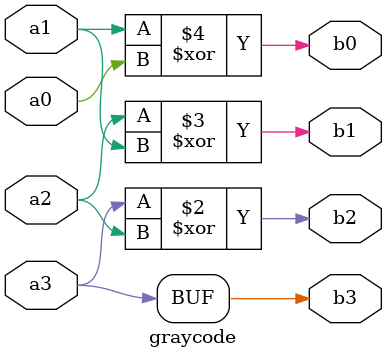
<source format=v>
module graycode(a3,a2,a1,a0,b3,b2,b1,b0);
	input a3,a2,a1,a0;
	output b3,b2,b1,b0;
	wire w1,w2,w3;
	
	or o1(b3,a3,a3);
	xor x1(b2,a3,a2);
	xor x2(b1,a2,a1);
	xor x3(b0,a1,a0);
	
endmodule
	
</source>
